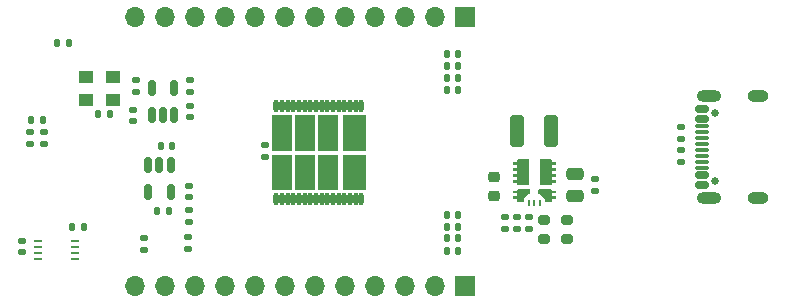
<source format=gbr>
%TF.GenerationSoftware,KiCad,Pcbnew,8.0.1*%
%TF.CreationDate,2024-04-08T01:45:07-04:00*%
%TF.ProjectId,NerdNOS,4e657264-4e4f-4532-9e6b-696361645f70,rev?*%
%TF.SameCoordinates,Original*%
%TF.FileFunction,Soldermask,Top*%
%TF.FilePolarity,Negative*%
%FSLAX46Y46*%
G04 Gerber Fmt 4.6, Leading zero omitted, Abs format (unit mm)*
G04 Created by KiCad (PCBNEW 8.0.1) date 2024-04-08 01:45:07*
%MOMM*%
%LPD*%
G01*
G04 APERTURE LIST*
G04 Aperture macros list*
%AMRoundRect*
0 Rectangle with rounded corners*
0 $1 Rounding radius*
0 $2 $3 $4 $5 $6 $7 $8 $9 X,Y pos of 4 corners*
0 Add a 4 corners polygon primitive as box body*
4,1,4,$2,$3,$4,$5,$6,$7,$8,$9,$2,$3,0*
0 Add four circle primitives for the rounded corners*
1,1,$1+$1,$2,$3*
1,1,$1+$1,$4,$5*
1,1,$1+$1,$6,$7*
1,1,$1+$1,$8,$9*
0 Add four rect primitives between the rounded corners*
20,1,$1+$1,$2,$3,$4,$5,0*
20,1,$1+$1,$4,$5,$6,$7,0*
20,1,$1+$1,$6,$7,$8,$9,0*
20,1,$1+$1,$8,$9,$2,$3,0*%
G04 Aperture macros list end*
%ADD10C,0.000000*%
%ADD11C,0.010000*%
%ADD12RoundRect,0.200000X0.275000X-0.200000X0.275000X0.200000X-0.275000X0.200000X-0.275000X-0.200000X0*%
%ADD13RoundRect,0.140000X0.170000X-0.140000X0.170000X0.140000X-0.170000X0.140000X-0.170000X-0.140000X0*%
%ADD14RoundRect,0.225000X-0.250000X0.225000X-0.250000X-0.225000X0.250000X-0.225000X0.250000X0.225000X0*%
%ADD15RoundRect,0.135000X-0.185000X0.135000X-0.185000X-0.135000X0.185000X-0.135000X0.185000X0.135000X0*%
%ADD16RoundRect,0.150000X0.150000X-0.512500X0.150000X0.512500X-0.150000X0.512500X-0.150000X-0.512500X0*%
%ADD17RoundRect,0.135000X0.185000X-0.135000X0.185000X0.135000X-0.185000X0.135000X-0.185000X-0.135000X0*%
%ADD18RoundRect,0.140000X-0.170000X0.140000X-0.170000X-0.140000X0.170000X-0.140000X0.170000X0.140000X0*%
%ADD19RoundRect,0.140000X0.140000X0.170000X-0.140000X0.170000X-0.140000X-0.170000X0.140000X-0.170000X0*%
%ADD20RoundRect,0.135000X-0.135000X-0.185000X0.135000X-0.185000X0.135000X0.185000X-0.135000X0.185000X0*%
%ADD21R,0.220000X0.599999*%
%ADD22C,0.650000*%
%ADD23RoundRect,0.150000X0.425000X-0.150000X0.425000X0.150000X-0.425000X0.150000X-0.425000X-0.150000X0*%
%ADD24RoundRect,0.075000X0.500000X-0.075000X0.500000X0.075000X-0.500000X0.075000X-0.500000X-0.075000X0*%
%ADD25O,2.100000X1.000000*%
%ADD26O,1.800000X1.000000*%
%ADD27RoundRect,0.140000X-0.140000X-0.170000X0.140000X-0.170000X0.140000X0.170000X-0.140000X0.170000X0*%
%ADD28R,1.300000X1.100000*%
%ADD29RoundRect,0.250000X-0.325000X-1.100000X0.325000X-1.100000X0.325000X1.100000X-0.325000X1.100000X0*%
%ADD30RoundRect,0.200000X-0.275000X0.200000X-0.275000X-0.200000X0.275000X-0.200000X0.275000X0.200000X0*%
%ADD31RoundRect,0.236600X-0.000010X0.295000X-0.000010X-0.295000X0.000010X-0.295000X0.000010X0.295000X0*%
%ADD32R,0.762000X0.254000*%
%ADD33RoundRect,0.150000X-0.150000X0.512500X-0.150000X-0.512500X0.150000X-0.512500X0.150000X0.512500X0*%
%ADD34RoundRect,0.250000X0.475000X-0.250000X0.475000X0.250000X-0.475000X0.250000X-0.475000X-0.250000X0*%
%ADD35R,1.700000X1.700000*%
%ADD36O,1.700000X1.700000*%
G04 APERTURE END LIST*
D10*
%TO.C,U5*%
G36*
X122210002Y-69390000D02*
G01*
X122210004Y-69709999D01*
X122160002Y-69759999D01*
X122073002Y-69759999D01*
X122037002Y-69775000D01*
X121690000Y-70122000D01*
X121675001Y-70157999D01*
X121675001Y-70364999D01*
X121625002Y-70414999D01*
X121150001Y-70414999D01*
X121100001Y-70364999D01*
X121100001Y-70240000D01*
X121050001Y-70190001D01*
X120750002Y-70190001D01*
X120700002Y-70140001D01*
X120700002Y-69990001D01*
X120750002Y-69940001D01*
X121050001Y-69940001D01*
X121100001Y-69889999D01*
X121100001Y-69739999D01*
X121050001Y-69689999D01*
X120750002Y-69689999D01*
X120700002Y-69639999D01*
X120700002Y-69489999D01*
X120750002Y-69440000D01*
X121050001Y-69440000D01*
X121100001Y-69390000D01*
X121150001Y-69340000D01*
X122160002Y-69340000D01*
X122210002Y-69390000D01*
G37*
G36*
X124000001Y-69390000D02*
G01*
X124050001Y-69440000D01*
X124350000Y-69440000D01*
X124400000Y-69489999D01*
X124400000Y-69639999D01*
X124350000Y-69689999D01*
X124050001Y-69689999D01*
X124000001Y-69739999D01*
X124000001Y-69889999D01*
X124050001Y-69940001D01*
X124350000Y-69940001D01*
X124400000Y-69990001D01*
X124400000Y-70140001D01*
X124350000Y-70190001D01*
X124050001Y-70190001D01*
X124000001Y-70240000D01*
X124000001Y-70364999D01*
X123950001Y-70414999D01*
X123475000Y-70414999D01*
X123425001Y-70364999D01*
X123425001Y-70157999D01*
X123410002Y-70122000D01*
X123063000Y-69775000D01*
X123027000Y-69759999D01*
X122940000Y-69759999D01*
X122889998Y-69709999D01*
X122890000Y-69390000D01*
X122940000Y-69340000D01*
X123950001Y-69340000D01*
X124000001Y-69390000D01*
G37*
G36*
X122100002Y-66840002D02*
G01*
X122100002Y-68940001D01*
X122049999Y-68990000D01*
X121150004Y-68989998D01*
X121100001Y-68940001D01*
X121100001Y-68824999D01*
X121050001Y-68775000D01*
X120750002Y-68774997D01*
X120700000Y-68725000D01*
X120700002Y-68574997D01*
X120750002Y-68525000D01*
X121050001Y-68525005D01*
X121100001Y-68475000D01*
X121100001Y-68325003D01*
X121050001Y-68275001D01*
X120750002Y-68275001D01*
X120700002Y-68225001D01*
X120700002Y-68075001D01*
X120750002Y-68025001D01*
X121050001Y-68025001D01*
X121100001Y-67974999D01*
X121100001Y-67825001D01*
X121050001Y-67774999D01*
X120750002Y-67775002D01*
X120700002Y-67724999D01*
X120700002Y-67574999D01*
X120750002Y-67525000D01*
X121050001Y-67525000D01*
X121100001Y-67475000D01*
X121100001Y-67325000D01*
X121050001Y-67275000D01*
X120750002Y-67275000D01*
X120700002Y-67225000D01*
X120700002Y-67075000D01*
X120750000Y-67025001D01*
X121050001Y-67025001D01*
X121100001Y-66975001D01*
X121100001Y-66840002D01*
X121150001Y-66790000D01*
X122050005Y-66790000D01*
X122100002Y-66840002D01*
G37*
G36*
X124000001Y-66840002D02*
G01*
X124000001Y-66975001D01*
X124050001Y-67025001D01*
X124350000Y-67025001D01*
X124400000Y-67075000D01*
X124400000Y-67225000D01*
X124350000Y-67275000D01*
X124050001Y-67275000D01*
X124000001Y-67325000D01*
X124000001Y-67475000D01*
X124050001Y-67525000D01*
X124350000Y-67525000D01*
X124400000Y-67574999D01*
X124400000Y-67724999D01*
X124350000Y-67775002D01*
X124050001Y-67775002D01*
X124000001Y-67824999D01*
X124000001Y-67975001D01*
X124050001Y-68025001D01*
X124350000Y-68025001D01*
X124400000Y-68075001D01*
X124400000Y-68225001D01*
X124350000Y-68275001D01*
X124050001Y-68275001D01*
X124000001Y-68325003D01*
X124000001Y-68475000D01*
X124050001Y-68525003D01*
X124350000Y-68525000D01*
X124400000Y-68574997D01*
X124400002Y-68725000D01*
X124350000Y-68774997D01*
X124050001Y-68775000D01*
X124000001Y-68824999D01*
X124000001Y-68940001D01*
X123950001Y-68989998D01*
X123050003Y-68990000D01*
X123000000Y-68940001D01*
X123000000Y-66840002D01*
X123050000Y-66790000D01*
X123950001Y-66790000D01*
X124000001Y-66840002D01*
G37*
%TO.C,IC1*%
D11*
X101955000Y-66400000D02*
X100325000Y-66400000D01*
X100325000Y-69340000D01*
X101955000Y-69340000D01*
X101955000Y-66400000D01*
G36*
X101955000Y-66400000D02*
G01*
X100325000Y-66400000D01*
X100325000Y-69340000D01*
X101955000Y-69340000D01*
X101955000Y-66400000D01*
G37*
X101965000Y-63060000D02*
X100335000Y-63060000D01*
X100335000Y-66000000D01*
X101965000Y-66000000D01*
X101965000Y-63060000D01*
G36*
X101965000Y-63060000D02*
G01*
X100335000Y-63060000D01*
X100335000Y-66000000D01*
X101965000Y-66000000D01*
X101965000Y-63060000D01*
G37*
X103915000Y-63060000D02*
X102285000Y-63060000D01*
X102285000Y-66000000D01*
X103915000Y-66000000D01*
X103915000Y-63060000D01*
G36*
X103915000Y-63060000D02*
G01*
X102285000Y-63060000D01*
X102285000Y-66000000D01*
X103915000Y-66000000D01*
X103915000Y-63060000D01*
G37*
X103925000Y-66410000D02*
X102295000Y-66410000D01*
X102295000Y-69350000D01*
X103925000Y-69350000D01*
X103925000Y-66410000D01*
G36*
X103925000Y-66410000D02*
G01*
X102295000Y-66410000D01*
X102295000Y-69350000D01*
X103925000Y-69350000D01*
X103925000Y-66410000D01*
G37*
X105865000Y-66400000D02*
X104235000Y-66400000D01*
X104235000Y-69340000D01*
X105865000Y-69340000D01*
X105865000Y-66400000D01*
G36*
X105865000Y-66400000D02*
G01*
X104235000Y-66400000D01*
X104235000Y-69340000D01*
X105865000Y-69340000D01*
X105865000Y-66400000D01*
G37*
X105870000Y-63060000D02*
X104240000Y-63060000D01*
X104240000Y-66000000D01*
X105870000Y-66000000D01*
X105870000Y-63060000D01*
G36*
X105870000Y-63060000D02*
G01*
X104240000Y-63060000D01*
X104240000Y-66000000D01*
X105870000Y-66000000D01*
X105870000Y-63060000D01*
G37*
X108220000Y-63050000D02*
X106380000Y-63050000D01*
X106380000Y-65990000D01*
X108220000Y-65990000D01*
X108220000Y-63050000D01*
G36*
X108220000Y-63050000D02*
G01*
X106380000Y-63050000D01*
X106380000Y-65990000D01*
X108220000Y-65990000D01*
X108220000Y-63050000D01*
G37*
X108220000Y-66410000D02*
X106380000Y-66410000D01*
X106380000Y-69350000D01*
X108220000Y-69350000D01*
X108220000Y-66410000D01*
G36*
X108220000Y-66410000D02*
G01*
X106380000Y-66410000D01*
X106380000Y-69350000D01*
X108220000Y-69350000D01*
X108220000Y-66410000D01*
G37*
%TD*%
D12*
%TO.C,R12*%
X125270000Y-73550000D03*
X125270000Y-71900000D03*
%TD*%
D13*
%TO.C,C23*%
X127700000Y-69450000D03*
X127700000Y-68490000D03*
%TD*%
D14*
%TO.C,C10*%
X119090000Y-68315000D03*
X119090000Y-69865000D03*
%TD*%
D15*
%TO.C,TH1*%
X99700000Y-65590000D03*
X99700000Y-66610000D03*
%TD*%
%TO.C,R8*%
X89500000Y-73490000D03*
X89500000Y-74510000D03*
%TD*%
D16*
%TO.C,U4*%
X90150001Y-63037500D03*
X91100000Y-63037500D03*
X92049999Y-63037500D03*
X92049999Y-60762500D03*
X90150001Y-60762500D03*
%TD*%
D17*
%TO.C,R7*%
X135000000Y-65110000D03*
X135000000Y-64090000D03*
%TD*%
D18*
%TO.C,C5*%
X93400000Y-62265400D03*
X93400000Y-63225400D03*
%TD*%
D19*
%TO.C,C6*%
X116080000Y-59900000D03*
X115120000Y-59900000D03*
%TD*%
D20*
%TO.C,R1*%
X79890001Y-63500000D03*
X80909999Y-63500000D03*
%TD*%
D18*
%TO.C,C7*%
X79200000Y-74680000D03*
X79200000Y-73720000D03*
%TD*%
D19*
%TO.C,C2*%
X116080000Y-57880000D03*
X115120000Y-57880000D03*
%TD*%
D15*
%TO.C,R6*%
X135000000Y-65990000D03*
X135000000Y-67010000D03*
%TD*%
D18*
%TO.C,C20*%
X88600000Y-63580000D03*
X88600000Y-62620000D03*
%TD*%
D17*
%TO.C,R5*%
X93200000Y-74409999D03*
X93200000Y-73390001D03*
%TD*%
D21*
%TO.C,U5*%
X122050002Y-70464999D03*
X122550001Y-70464999D03*
X123050000Y-70464999D03*
%TD*%
D22*
%TO.C,J3*%
X137820000Y-68640000D03*
X137820000Y-62860000D03*
D23*
X136745000Y-68950000D03*
X136745000Y-68150000D03*
D24*
X136745000Y-67000000D03*
X136745000Y-66000000D03*
X136745000Y-65500000D03*
X136745000Y-64500000D03*
D23*
X136745000Y-62550000D03*
X136745000Y-63350000D03*
D24*
X136745000Y-64000000D03*
X136745000Y-65000000D03*
X136745000Y-66500000D03*
X136745000Y-67500000D03*
D25*
X137320000Y-70070000D03*
D26*
X141500000Y-70070000D03*
D25*
X137320000Y-61430000D03*
D26*
X141500000Y-61430000D03*
%TD*%
D27*
%TO.C,C18*%
X115120000Y-74600000D03*
X116080000Y-74600000D03*
%TD*%
D13*
%TO.C,C15*%
X93300000Y-69980000D03*
X93300000Y-69020000D03*
%TD*%
D18*
%TO.C,C11*%
X121070000Y-71700000D03*
X121070000Y-72660000D03*
%TD*%
D27*
%TO.C,C17*%
X115120000Y-73500000D03*
X116080000Y-73500000D03*
%TD*%
D19*
%TO.C,C3*%
X116080000Y-58900000D03*
X115120000Y-58900000D03*
%TD*%
D28*
%TO.C,U2*%
X84550000Y-61750000D03*
X86850000Y-61750000D03*
X86850000Y-59850000D03*
X84550000Y-59850000D03*
%TD*%
D15*
%TO.C,R4*%
X79800000Y-64520000D03*
X79800000Y-65540000D03*
%TD*%
D19*
%TO.C,C1*%
X85640000Y-63000000D03*
X86600000Y-63000000D03*
%TD*%
D17*
%TO.C,R10*%
X122100000Y-72710000D03*
X122100000Y-71690000D03*
%TD*%
D29*
%TO.C,C13*%
X121045000Y-64390000D03*
X123995000Y-64390000D03*
%TD*%
D19*
%TO.C,C21*%
X91580000Y-71200000D03*
X90620000Y-71200000D03*
%TD*%
D17*
%TO.C,R3*%
X81000000Y-65540000D03*
X81000000Y-64520000D03*
%TD*%
D19*
%TO.C,C9*%
X83420000Y-72500000D03*
X84380000Y-72500000D03*
%TD*%
D18*
%TO.C,C4*%
X93400000Y-60120000D03*
X93400000Y-61080000D03*
%TD*%
D30*
%TO.C,R13*%
X123400000Y-71905000D03*
X123400000Y-73555000D03*
%TD*%
D31*
%TO.C,IC1*%
X107900000Y-62265400D03*
X107420000Y-62265400D03*
X106940000Y-62265400D03*
X106460000Y-62265400D03*
X105980000Y-62265400D03*
X105500000Y-62265400D03*
X105020000Y-62265400D03*
X104540000Y-62265400D03*
X104060000Y-62265400D03*
X103580000Y-62265400D03*
X103100000Y-62265400D03*
X102620000Y-62265400D03*
X102140000Y-62265400D03*
X101660000Y-62265400D03*
X101180000Y-62265400D03*
X100700000Y-62265400D03*
X100700000Y-70134600D03*
X101180000Y-70134600D03*
X101660000Y-70134600D03*
X102140000Y-70134600D03*
X102620000Y-70134600D03*
X103100000Y-70134600D03*
X103580000Y-70134600D03*
X104060000Y-70134600D03*
X104540000Y-70134600D03*
X105020000Y-70134600D03*
X105500000Y-70134600D03*
X105980000Y-70134600D03*
X106460000Y-70134600D03*
X106940000Y-70134600D03*
X107420000Y-70134600D03*
X107900000Y-70134600D03*
%TD*%
D32*
%TO.C,U6*%
X80525200Y-73749811D03*
X80525200Y-74249937D03*
X80525200Y-74750063D03*
X80525200Y-75250189D03*
X83674800Y-75250189D03*
X83674800Y-74750063D03*
X83674800Y-74249937D03*
X83674800Y-73749811D03*
%TD*%
D19*
%TO.C,C19*%
X91880000Y-65700000D03*
X90920000Y-65700000D03*
%TD*%
D18*
%TO.C,C22*%
X88800000Y-60120000D03*
X88800000Y-61080000D03*
%TD*%
D27*
%TO.C,C14*%
X115120000Y-72500000D03*
X116080000Y-72500000D03*
%TD*%
D20*
%TO.C,R2*%
X82140000Y-56960000D03*
X83160000Y-56960000D03*
%TD*%
D27*
%TO.C,C12*%
X115120000Y-71500000D03*
X116080000Y-71500000D03*
%TD*%
D33*
%TO.C,U3*%
X91749999Y-67262500D03*
X90800000Y-67262500D03*
X89850001Y-67262500D03*
X89850001Y-69537500D03*
X91749999Y-69537500D03*
%TD*%
D19*
%TO.C,C8*%
X116080000Y-60900000D03*
X115120000Y-60900000D03*
%TD*%
D18*
%TO.C,C16*%
X93300000Y-71120000D03*
X93300000Y-72080000D03*
%TD*%
D34*
%TO.C,C24*%
X125980000Y-69910000D03*
X125980000Y-68010000D03*
%TD*%
D15*
%TO.C,R11*%
X120040000Y-71680000D03*
X120040000Y-72700000D03*
%TD*%
D35*
%TO.C,J2*%
X116690000Y-77500000D03*
D36*
X114150000Y-77500000D03*
X111610000Y-77500000D03*
X109070000Y-77500000D03*
X106530000Y-77500000D03*
X103990000Y-77500000D03*
X101450000Y-77500000D03*
X98910000Y-77500000D03*
X96370000Y-77500000D03*
X93830000Y-77500000D03*
X91290000Y-77500000D03*
X88750000Y-77500000D03*
%TD*%
D35*
%TO.C,J1*%
X116690000Y-54750000D03*
D36*
X114150000Y-54750000D03*
X111610000Y-54750000D03*
X109070000Y-54750000D03*
X106530000Y-54750000D03*
X103990000Y-54750000D03*
X101450000Y-54750000D03*
X98910000Y-54750000D03*
X96370000Y-54750000D03*
X93830000Y-54750000D03*
X91290000Y-54750000D03*
X88750000Y-54750000D03*
%TD*%
M02*

</source>
